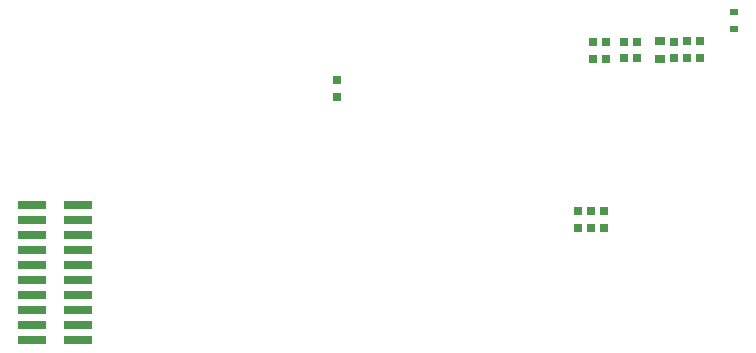
<source format=gbp>
%FSLAX25Y25*%
%MOIN*%
G70*
G01*
G75*
G04 Layer_Color=128*
%ADD10R,0.03150X0.03150*%
%ADD11O,0.00984X0.05906*%
%ADD12O,0.05906X0.00984*%
%ADD13R,0.03543X0.02559*%
%ADD14R,0.01575X0.01378*%
%ADD15R,0.09449X0.06693*%
%ADD16R,0.04528X0.02756*%
%ADD17R,0.03150X0.02362*%
%ADD18R,0.03543X0.02362*%
%ADD19R,0.05000X0.10000*%
%ADD20C,0.04000*%
%ADD21R,0.02400X0.07400*%
%ADD22C,0.03000*%
%ADD23C,0.00800*%
%ADD24C,0.02000*%
%ADD25C,0.01500*%
%ADD26C,0.02500*%
%ADD27C,0.01000*%
%ADD28C,0.00700*%
%ADD29C,0.01200*%
%ADD30R,0.05700X0.15400*%
%ADD31R,0.07500X0.37100*%
%ADD32R,0.06900X0.17500*%
%ADD33R,0.31800X0.05600*%
%ADD34R,0.45600X0.06300*%
%ADD35R,0.08100X0.04200*%
%ADD36R,0.09200X0.14200*%
%ADD37R,0.09400X0.04200*%
%ADD38R,0.23100X0.07700*%
%ADD39R,0.14800X0.05700*%
%ADD40R,0.03600X0.14100*%
%ADD41R,0.02200X0.05400*%
%ADD42R,0.02158X0.06200*%
%ADD43R,0.22800X0.13900*%
%ADD44C,0.05906*%
%ADD45C,0.05512*%
%ADD46C,0.14173*%
%ADD47C,0.02500*%
%ADD48R,0.09449X0.02992*%
%ADD49R,0.38300X0.04600*%
%ADD50R,0.25500X0.07100*%
%ADD51R,0.15800X0.14200*%
%ADD52R,0.21700X0.05400*%
%ADD53R,0.25000X0.07200*%
%ADD54R,0.23800X0.05800*%
%ADD55R,0.25700X0.08500*%
%ADD56R,0.24900X0.08000*%
%ADD57C,0.02362*%
%ADD58C,0.00984*%
%ADD59C,0.00600*%
%ADD60C,0.00787*%
%ADD61R,0.03950X0.03950*%
%ADD62O,0.01784X0.06706*%
%ADD63O,0.06706X0.01784*%
%ADD64R,0.04343X0.03359*%
%ADD65R,0.02375X0.02178*%
%ADD66R,0.10249X0.07493*%
%ADD67R,0.05328X0.03556*%
%ADD68R,0.03950X0.03162*%
%ADD69R,0.04343X0.03162*%
%ADD70R,0.05800X0.10800*%
%ADD71C,0.04800*%
%ADD72R,0.02800X0.07800*%
%ADD73C,0.06706*%
%ADD74C,0.06312*%
%ADD75C,0.14973*%
%ADD76C,0.00800*%
%ADD77C,0.03300*%
%ADD78R,0.10249X0.03792*%
D10*
X335700Y371944D02*
D03*
Y377456D02*
D03*
X452400Y384844D02*
D03*
Y390356D02*
D03*
X448100Y384744D02*
D03*
Y390256D02*
D03*
X431300Y384744D02*
D03*
Y390256D02*
D03*
X425300Y384644D02*
D03*
Y390156D02*
D03*
X435700Y384744D02*
D03*
Y390256D02*
D03*
X421100Y384644D02*
D03*
Y390156D02*
D03*
X456600Y384844D02*
D03*
Y390356D02*
D03*
X416100Y333756D02*
D03*
Y328244D02*
D03*
X420300Y333756D02*
D03*
Y328244D02*
D03*
X424500Y333756D02*
D03*
Y328244D02*
D03*
D13*
X443400Y390354D02*
D03*
Y384646D02*
D03*
D17*
X467900Y394644D02*
D03*
Y400156D02*
D03*
D48*
X249354Y335800D02*
D03*
Y330800D02*
D03*
Y325800D02*
D03*
Y320800D02*
D03*
Y315800D02*
D03*
Y310800D02*
D03*
Y305800D02*
D03*
Y300800D02*
D03*
Y295800D02*
D03*
Y290800D02*
D03*
X234000Y335800D02*
D03*
Y330800D02*
D03*
Y325800D02*
D03*
Y320800D02*
D03*
Y315800D02*
D03*
Y310800D02*
D03*
Y305800D02*
D03*
Y300800D02*
D03*
Y295800D02*
D03*
Y290800D02*
D03*
M02*

</source>
